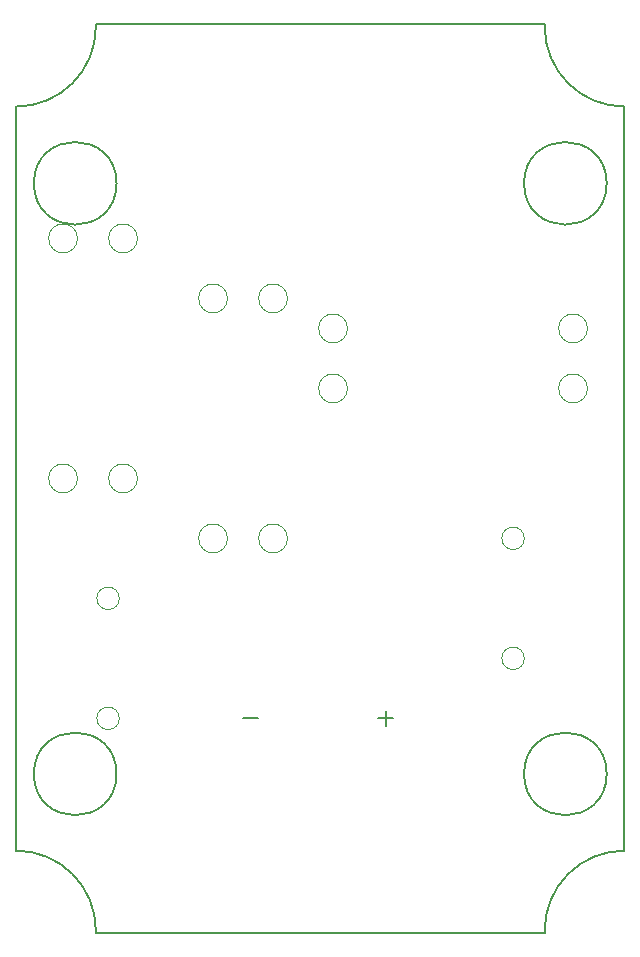
<source format=gbr>
G04 #@! TF.FileFunction,Legend,Bot*
%FSLAX46Y46*%
G04 Gerber Fmt 4.6, Leading zero omitted, Abs format (unit mm)*
G04 Created by KiCad (PCBNEW 4.0.4-stable) date 09/05/16 00:54:51*
%MOMM*%
%LPD*%
G01*
G04 APERTURE LIST*
%ADD10C,0.100000*%
%ADD11C,0.200000*%
%ADD12C,0.150000*%
G04 APERTURE END LIST*
D10*
D11*
X167950000Y-129160000D02*
G75*
G03X167950000Y-129160000I-3500000J0D01*
G01*
X126450000Y-129160000D02*
G75*
G03X126450000Y-129160000I-3500000J0D01*
G01*
X126450000Y-79160000D02*
G75*
G03X126450000Y-79160000I-3500000J0D01*
G01*
X167950000Y-79160000D02*
G75*
G03X167950000Y-79160000I-3500000J0D01*
G01*
D12*
X124700000Y-65660000D02*
X124700000Y-65910000D01*
X162700000Y-65660000D02*
X124700000Y-65660000D01*
X162700000Y-65910000D02*
X162700000Y-65660000D01*
X162700000Y-142660000D02*
X162700000Y-142410000D01*
X124700000Y-142660000D02*
X162700000Y-142660000D01*
X124700000Y-142410000D02*
X124700000Y-142660000D01*
X117950000Y-72660000D02*
X117950000Y-135660000D01*
X169450000Y-135660000D02*
X169450000Y-72660000D01*
X169450000Y-135660000D02*
G75*
G03X162700000Y-142410000I0J-6750000D01*
G01*
X124700000Y-142410000D02*
G75*
G03X117950000Y-135660000I-6750000J0D01*
G01*
X117950000Y-72660000D02*
G75*
G03X124700000Y-65910000I0J6750000D01*
G01*
X162700000Y-65910000D02*
G75*
G03X169450000Y-72660000I6750000J0D01*
G01*
X149225000Y-123825000D02*
X149225000Y-125095000D01*
X148590000Y-124460000D02*
X149860000Y-124460000D01*
X137160000Y-124460000D02*
X138430000Y-124460000D01*
D10*
X126680000Y-114300000D02*
G75*
G03X126680000Y-114300000I-950000J0D01*
G01*
X126680000Y-124460000D02*
G75*
G03X126680000Y-124460000I-950000J0D01*
G01*
X160969490Y-109220000D02*
G75*
G03X160969490Y-109220000I-949490J0D01*
G01*
X160969490Y-119380000D02*
G75*
G03X160969490Y-119380000I-949490J0D01*
G01*
X135840000Y-88900000D02*
G75*
G03X135840000Y-88900000I-1220000J0D01*
G01*
X135840000Y-109220000D02*
G75*
G03X135840000Y-109220000I-1220000J0D01*
G01*
X128220000Y-104140000D02*
G75*
G03X128220000Y-104140000I-1220000J0D01*
G01*
X128220000Y-83820000D02*
G75*
G03X128220000Y-83820000I-1220000J0D01*
G01*
X140920000Y-88900000D02*
G75*
G03X140920000Y-88900000I-1220000J0D01*
G01*
X140920000Y-109220000D02*
G75*
G03X140920000Y-109220000I-1220000J0D01*
G01*
X123140000Y-104140000D02*
G75*
G03X123140000Y-104140000I-1220000J0D01*
G01*
X123140000Y-83820000D02*
G75*
G03X123140000Y-83820000I-1220000J0D01*
G01*
X166320000Y-96520000D02*
G75*
G03X166320000Y-96520000I-1220000J0D01*
G01*
X146000000Y-96520000D02*
G75*
G03X146000000Y-96520000I-1220000J0D01*
G01*
X166320000Y-91440000D02*
G75*
G03X166320000Y-91440000I-1220000J0D01*
G01*
X146000000Y-91440000D02*
G75*
G03X146000000Y-91440000I-1220000J0D01*
G01*
M02*

</source>
